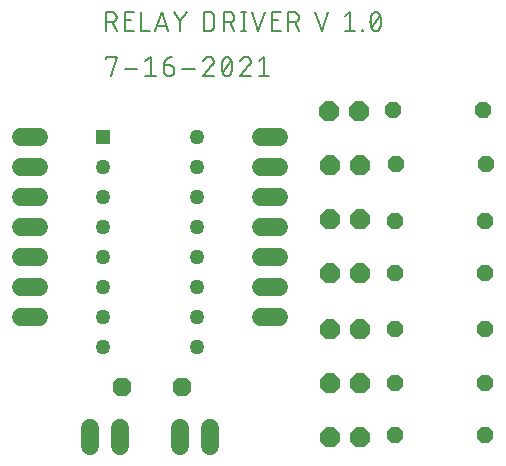
<source format=gbr>
G04 EAGLE Gerber RS-274X export*
G75*
%MOMM*%
%FSLAX34Y34*%
%LPD*%
%INTop Copper*%
%IPPOS*%
%AMOC8*
5,1,8,0,0,1.08239X$1,22.5*%
G01*
%ADD10C,0.152400*%
%ADD11R,1.268000X1.268000*%
%ADD12C,1.268000*%
%ADD13C,1.524000*%
%ADD14P,1.429621X8X22.500000*%
%ADD15P,1.814519X8X202.500000*%
%ADD16P,1.732040X8X22.500000*%
%ADD17C,0.756400*%


D10*
X115062Y407162D02*
X115062Y423418D01*
X119578Y423418D01*
X119711Y423416D01*
X119843Y423410D01*
X119975Y423400D01*
X120107Y423387D01*
X120239Y423369D01*
X120369Y423348D01*
X120500Y423323D01*
X120629Y423294D01*
X120757Y423261D01*
X120885Y423225D01*
X121011Y423185D01*
X121136Y423141D01*
X121260Y423093D01*
X121382Y423042D01*
X121503Y422987D01*
X121622Y422929D01*
X121740Y422867D01*
X121855Y422802D01*
X121969Y422733D01*
X122080Y422662D01*
X122189Y422586D01*
X122296Y422508D01*
X122401Y422427D01*
X122503Y422342D01*
X122603Y422255D01*
X122700Y422165D01*
X122795Y422072D01*
X122886Y421976D01*
X122975Y421878D01*
X123061Y421777D01*
X123144Y421673D01*
X123224Y421567D01*
X123300Y421459D01*
X123374Y421349D01*
X123444Y421236D01*
X123511Y421122D01*
X123574Y421005D01*
X123634Y420887D01*
X123691Y420767D01*
X123744Y420645D01*
X123793Y420522D01*
X123839Y420398D01*
X123881Y420272D01*
X123919Y420145D01*
X123954Y420017D01*
X123985Y419888D01*
X124012Y419759D01*
X124035Y419628D01*
X124055Y419497D01*
X124070Y419365D01*
X124082Y419233D01*
X124090Y419101D01*
X124094Y418968D01*
X124094Y418836D01*
X124090Y418703D01*
X124082Y418571D01*
X124070Y418439D01*
X124055Y418307D01*
X124035Y418176D01*
X124012Y418045D01*
X123985Y417916D01*
X123954Y417787D01*
X123919Y417659D01*
X123881Y417532D01*
X123839Y417406D01*
X123793Y417282D01*
X123744Y417159D01*
X123691Y417037D01*
X123634Y416917D01*
X123574Y416799D01*
X123511Y416682D01*
X123444Y416568D01*
X123374Y416455D01*
X123300Y416345D01*
X123224Y416237D01*
X123144Y416131D01*
X123061Y416027D01*
X122975Y415926D01*
X122886Y415828D01*
X122795Y415732D01*
X122700Y415639D01*
X122603Y415549D01*
X122503Y415462D01*
X122401Y415377D01*
X122296Y415296D01*
X122189Y415218D01*
X122080Y415142D01*
X121969Y415071D01*
X121855Y415002D01*
X121740Y414937D01*
X121622Y414875D01*
X121503Y414817D01*
X121382Y414762D01*
X121260Y414711D01*
X121136Y414663D01*
X121011Y414619D01*
X120885Y414579D01*
X120757Y414543D01*
X120629Y414510D01*
X120500Y414481D01*
X120369Y414456D01*
X120239Y414435D01*
X120107Y414417D01*
X119975Y414404D01*
X119843Y414394D01*
X119711Y414388D01*
X119578Y414386D01*
X119578Y414387D02*
X115062Y414387D01*
X120481Y414387D02*
X124093Y407162D01*
X131153Y407162D02*
X138377Y407162D01*
X131153Y407162D02*
X131153Y423418D01*
X138377Y423418D01*
X136571Y416193D02*
X131153Y416193D01*
X144700Y423418D02*
X144700Y407162D01*
X151924Y407162D01*
X156793Y407162D02*
X162211Y423418D01*
X167630Y407162D01*
X166275Y411226D02*
X158147Y411226D01*
X172424Y423418D02*
X177843Y415742D01*
X183261Y423418D01*
X177843Y415742D02*
X177843Y407162D01*
X197816Y407162D02*
X197816Y423418D01*
X202332Y423418D01*
X202463Y423416D01*
X202595Y423410D01*
X202726Y423401D01*
X202856Y423387D01*
X202987Y423370D01*
X203116Y423349D01*
X203245Y423325D01*
X203373Y423296D01*
X203501Y423264D01*
X203627Y423228D01*
X203752Y423189D01*
X203877Y423146D01*
X203999Y423099D01*
X204121Y423049D01*
X204241Y422995D01*
X204359Y422938D01*
X204475Y422877D01*
X204590Y422813D01*
X204703Y422746D01*
X204814Y422675D01*
X204922Y422601D01*
X205029Y422524D01*
X205133Y422444D01*
X205235Y422361D01*
X205334Y422276D01*
X205431Y422187D01*
X205525Y422095D01*
X205617Y422001D01*
X205706Y421904D01*
X205791Y421805D01*
X205874Y421703D01*
X205954Y421599D01*
X206031Y421492D01*
X206105Y421384D01*
X206176Y421273D01*
X206243Y421160D01*
X206307Y421045D01*
X206368Y420929D01*
X206425Y420811D01*
X206479Y420691D01*
X206529Y420569D01*
X206576Y420447D01*
X206619Y420322D01*
X206658Y420197D01*
X206694Y420071D01*
X206726Y419943D01*
X206755Y419815D01*
X206779Y419686D01*
X206800Y419557D01*
X206817Y419426D01*
X206831Y419296D01*
X206840Y419165D01*
X206846Y419033D01*
X206848Y418902D01*
X206847Y418902D02*
X206847Y411678D01*
X206848Y411678D02*
X206846Y411547D01*
X206840Y411415D01*
X206831Y411284D01*
X206817Y411154D01*
X206800Y411023D01*
X206779Y410894D01*
X206755Y410765D01*
X206726Y410637D01*
X206694Y410509D01*
X206658Y410383D01*
X206619Y410258D01*
X206576Y410133D01*
X206529Y410011D01*
X206479Y409889D01*
X206425Y409769D01*
X206368Y409651D01*
X206307Y409535D01*
X206243Y409420D01*
X206176Y409307D01*
X206105Y409196D01*
X206031Y409088D01*
X205954Y408981D01*
X205874Y408877D01*
X205791Y408775D01*
X205706Y408676D01*
X205617Y408579D01*
X205525Y408485D01*
X205431Y408393D01*
X205334Y408304D01*
X205235Y408219D01*
X205133Y408136D01*
X205029Y408056D01*
X204922Y407979D01*
X204814Y407905D01*
X204703Y407834D01*
X204590Y407767D01*
X204475Y407703D01*
X204359Y407642D01*
X204241Y407585D01*
X204121Y407531D01*
X203999Y407481D01*
X203877Y407434D01*
X203752Y407391D01*
X203627Y407352D01*
X203501Y407316D01*
X203373Y407284D01*
X203245Y407255D01*
X203116Y407231D01*
X202986Y407210D01*
X202856Y407193D01*
X202726Y407179D01*
X202595Y407170D01*
X202463Y407164D01*
X202332Y407162D01*
X197816Y407162D01*
X214581Y407162D02*
X214581Y423418D01*
X219096Y423418D01*
X219229Y423416D01*
X219361Y423410D01*
X219493Y423400D01*
X219625Y423387D01*
X219757Y423369D01*
X219887Y423348D01*
X220018Y423323D01*
X220147Y423294D01*
X220275Y423261D01*
X220403Y423225D01*
X220529Y423185D01*
X220654Y423141D01*
X220778Y423093D01*
X220900Y423042D01*
X221021Y422987D01*
X221140Y422929D01*
X221258Y422867D01*
X221373Y422802D01*
X221487Y422733D01*
X221598Y422662D01*
X221707Y422586D01*
X221814Y422508D01*
X221919Y422427D01*
X222021Y422342D01*
X222121Y422255D01*
X222218Y422165D01*
X222313Y422072D01*
X222404Y421976D01*
X222493Y421878D01*
X222579Y421777D01*
X222662Y421673D01*
X222742Y421567D01*
X222818Y421459D01*
X222892Y421349D01*
X222962Y421236D01*
X223029Y421122D01*
X223092Y421005D01*
X223152Y420887D01*
X223209Y420767D01*
X223262Y420645D01*
X223311Y420522D01*
X223357Y420398D01*
X223399Y420272D01*
X223437Y420145D01*
X223472Y420017D01*
X223503Y419888D01*
X223530Y419759D01*
X223553Y419628D01*
X223573Y419497D01*
X223588Y419365D01*
X223600Y419233D01*
X223608Y419101D01*
X223612Y418968D01*
X223612Y418836D01*
X223608Y418703D01*
X223600Y418571D01*
X223588Y418439D01*
X223573Y418307D01*
X223553Y418176D01*
X223530Y418045D01*
X223503Y417916D01*
X223472Y417787D01*
X223437Y417659D01*
X223399Y417532D01*
X223357Y417406D01*
X223311Y417282D01*
X223262Y417159D01*
X223209Y417037D01*
X223152Y416917D01*
X223092Y416799D01*
X223029Y416682D01*
X222962Y416568D01*
X222892Y416455D01*
X222818Y416345D01*
X222742Y416237D01*
X222662Y416131D01*
X222579Y416027D01*
X222493Y415926D01*
X222404Y415828D01*
X222313Y415732D01*
X222218Y415639D01*
X222121Y415549D01*
X222021Y415462D01*
X221919Y415377D01*
X221814Y415296D01*
X221707Y415218D01*
X221598Y415142D01*
X221487Y415071D01*
X221373Y415002D01*
X221258Y414937D01*
X221140Y414875D01*
X221021Y414817D01*
X220900Y414762D01*
X220778Y414711D01*
X220654Y414663D01*
X220529Y414619D01*
X220403Y414579D01*
X220275Y414543D01*
X220147Y414510D01*
X220018Y414481D01*
X219887Y414456D01*
X219757Y414435D01*
X219625Y414417D01*
X219493Y414404D01*
X219361Y414394D01*
X219229Y414388D01*
X219096Y414386D01*
X219096Y414387D02*
X214581Y414387D01*
X220000Y414387D02*
X223612Y407162D01*
X231510Y407162D02*
X231510Y423418D01*
X229704Y407162D02*
X233316Y407162D01*
X233316Y423418D02*
X229704Y423418D01*
X238596Y423418D02*
X244015Y407162D01*
X249433Y423418D01*
X255681Y407162D02*
X262906Y407162D01*
X255681Y407162D02*
X255681Y423418D01*
X262906Y423418D01*
X261100Y416193D02*
X255681Y416193D01*
X269290Y423418D02*
X269290Y407162D01*
X269290Y423418D02*
X273806Y423418D01*
X273939Y423416D01*
X274071Y423410D01*
X274203Y423400D01*
X274335Y423387D01*
X274467Y423369D01*
X274597Y423348D01*
X274728Y423323D01*
X274857Y423294D01*
X274985Y423261D01*
X275113Y423225D01*
X275239Y423185D01*
X275364Y423141D01*
X275488Y423093D01*
X275610Y423042D01*
X275731Y422987D01*
X275850Y422929D01*
X275968Y422867D01*
X276083Y422802D01*
X276197Y422733D01*
X276308Y422662D01*
X276417Y422586D01*
X276524Y422508D01*
X276629Y422427D01*
X276731Y422342D01*
X276831Y422255D01*
X276928Y422165D01*
X277023Y422072D01*
X277114Y421976D01*
X277203Y421878D01*
X277289Y421777D01*
X277372Y421673D01*
X277452Y421567D01*
X277528Y421459D01*
X277602Y421349D01*
X277672Y421236D01*
X277739Y421122D01*
X277802Y421005D01*
X277862Y420887D01*
X277919Y420767D01*
X277972Y420645D01*
X278021Y420522D01*
X278067Y420398D01*
X278109Y420272D01*
X278147Y420145D01*
X278182Y420017D01*
X278213Y419888D01*
X278240Y419759D01*
X278263Y419628D01*
X278283Y419497D01*
X278298Y419365D01*
X278310Y419233D01*
X278318Y419101D01*
X278322Y418968D01*
X278322Y418836D01*
X278318Y418703D01*
X278310Y418571D01*
X278298Y418439D01*
X278283Y418307D01*
X278263Y418176D01*
X278240Y418045D01*
X278213Y417916D01*
X278182Y417787D01*
X278147Y417659D01*
X278109Y417532D01*
X278067Y417406D01*
X278021Y417282D01*
X277972Y417159D01*
X277919Y417037D01*
X277862Y416917D01*
X277802Y416799D01*
X277739Y416682D01*
X277672Y416568D01*
X277602Y416455D01*
X277528Y416345D01*
X277452Y416237D01*
X277372Y416131D01*
X277289Y416027D01*
X277203Y415926D01*
X277114Y415828D01*
X277023Y415732D01*
X276928Y415639D01*
X276831Y415549D01*
X276731Y415462D01*
X276629Y415377D01*
X276524Y415296D01*
X276417Y415218D01*
X276308Y415142D01*
X276197Y415071D01*
X276083Y415002D01*
X275968Y414937D01*
X275850Y414875D01*
X275731Y414817D01*
X275610Y414762D01*
X275488Y414711D01*
X275364Y414663D01*
X275239Y414619D01*
X275113Y414579D01*
X274985Y414543D01*
X274857Y414510D01*
X274728Y414481D01*
X274597Y414456D01*
X274467Y414435D01*
X274335Y414417D01*
X274203Y414404D01*
X274071Y414394D01*
X273939Y414388D01*
X273806Y414386D01*
X273806Y414387D02*
X269290Y414387D01*
X274709Y414387D02*
X278321Y407162D01*
X297682Y407162D02*
X292263Y423418D01*
X303101Y423418D02*
X297682Y407162D01*
X317134Y419806D02*
X321650Y423418D01*
X321650Y407162D01*
X326165Y407162D02*
X317134Y407162D01*
X332140Y407162D02*
X332140Y408065D01*
X333043Y408065D01*
X333043Y407162D01*
X332140Y407162D01*
X339018Y415290D02*
X339022Y415610D01*
X339033Y415929D01*
X339052Y416249D01*
X339079Y416567D01*
X339113Y416885D01*
X339155Y417202D01*
X339205Y417518D01*
X339262Y417833D01*
X339326Y418146D01*
X339398Y418458D01*
X339477Y418768D01*
X339564Y419075D01*
X339658Y419381D01*
X339759Y419684D01*
X339868Y419985D01*
X339983Y420283D01*
X340106Y420579D01*
X340236Y420871D01*
X340373Y421160D01*
X340373Y421161D02*
X340412Y421269D01*
X340455Y421376D01*
X340501Y421481D01*
X340552Y421585D01*
X340605Y421687D01*
X340662Y421787D01*
X340723Y421885D01*
X340787Y421980D01*
X340854Y422074D01*
X340925Y422165D01*
X340998Y422254D01*
X341075Y422340D01*
X341154Y422423D01*
X341236Y422504D01*
X341321Y422582D01*
X341409Y422656D01*
X341499Y422728D01*
X341591Y422796D01*
X341686Y422862D01*
X341783Y422924D01*
X341882Y422982D01*
X341984Y423038D01*
X342086Y423089D01*
X342191Y423137D01*
X342297Y423182D01*
X342405Y423223D01*
X342514Y423260D01*
X342624Y423293D01*
X342736Y423322D01*
X342848Y423348D01*
X342961Y423370D01*
X343075Y423387D01*
X343189Y423401D01*
X343304Y423411D01*
X343419Y423417D01*
X343534Y423419D01*
X343534Y423418D02*
X343649Y423416D01*
X343764Y423410D01*
X343879Y423400D01*
X343993Y423386D01*
X344107Y423369D01*
X344220Y423347D01*
X344332Y423321D01*
X344444Y423292D01*
X344554Y423259D01*
X344663Y423222D01*
X344771Y423181D01*
X344877Y423136D01*
X344982Y423088D01*
X345084Y423037D01*
X345185Y422981D01*
X345285Y422923D01*
X345382Y422861D01*
X345476Y422796D01*
X345569Y422727D01*
X345659Y422655D01*
X345747Y422581D01*
X345832Y422503D01*
X345914Y422422D01*
X345993Y422339D01*
X346070Y422253D01*
X346143Y422164D01*
X346214Y422073D01*
X346281Y421979D01*
X346345Y421884D01*
X346406Y421786D01*
X346463Y421686D01*
X346516Y421584D01*
X346567Y421480D01*
X346613Y421375D01*
X346656Y421268D01*
X346695Y421160D01*
X346694Y421160D02*
X346831Y420871D01*
X346961Y420579D01*
X347084Y420283D01*
X347199Y419985D01*
X347308Y419684D01*
X347409Y419381D01*
X347503Y419075D01*
X347590Y418768D01*
X347669Y418458D01*
X347741Y418146D01*
X347805Y417833D01*
X347862Y417518D01*
X347912Y417202D01*
X347954Y416885D01*
X347988Y416567D01*
X348015Y416249D01*
X348034Y415929D01*
X348045Y415610D01*
X348049Y415290D01*
X339018Y415290D02*
X339022Y414970D01*
X339033Y414651D01*
X339052Y414331D01*
X339079Y414013D01*
X339113Y413695D01*
X339155Y413378D01*
X339205Y413062D01*
X339262Y412747D01*
X339326Y412434D01*
X339398Y412122D01*
X339477Y411812D01*
X339564Y411505D01*
X339658Y411199D01*
X339759Y410896D01*
X339868Y410595D01*
X339983Y410297D01*
X340106Y410001D01*
X340236Y409709D01*
X340373Y409420D01*
X340412Y409312D01*
X340455Y409205D01*
X340501Y409100D01*
X340552Y408996D01*
X340605Y408894D01*
X340662Y408794D01*
X340723Y408696D01*
X340787Y408601D01*
X340854Y408507D01*
X340925Y408416D01*
X340998Y408327D01*
X341075Y408241D01*
X341154Y408158D01*
X341236Y408077D01*
X341321Y407999D01*
X341409Y407925D01*
X341499Y407853D01*
X341592Y407784D01*
X341686Y407719D01*
X341783Y407657D01*
X341883Y407599D01*
X341984Y407543D01*
X342086Y407492D01*
X342191Y407444D01*
X342297Y407399D01*
X342405Y407358D01*
X342514Y407321D01*
X342624Y407288D01*
X342736Y407259D01*
X342848Y407233D01*
X342961Y407211D01*
X343075Y407194D01*
X343189Y407180D01*
X343304Y407170D01*
X343419Y407164D01*
X343534Y407162D01*
X346694Y409420D02*
X346831Y409709D01*
X346961Y410001D01*
X347084Y410297D01*
X347199Y410595D01*
X347308Y410896D01*
X347409Y411199D01*
X347503Y411505D01*
X347590Y411812D01*
X347669Y412122D01*
X347741Y412434D01*
X347805Y412747D01*
X347862Y413062D01*
X347912Y413378D01*
X347954Y413695D01*
X347988Y414013D01*
X348015Y414331D01*
X348034Y414651D01*
X348045Y414970D01*
X348049Y415290D01*
X346695Y409420D02*
X346656Y409312D01*
X346613Y409205D01*
X346567Y409100D01*
X346516Y408996D01*
X346463Y408894D01*
X346406Y408794D01*
X346345Y408696D01*
X346281Y408601D01*
X346214Y408507D01*
X346143Y408416D01*
X346070Y408327D01*
X345993Y408241D01*
X345914Y408158D01*
X345832Y408077D01*
X345747Y407999D01*
X345659Y407925D01*
X345569Y407853D01*
X345476Y407784D01*
X345382Y407719D01*
X345285Y407657D01*
X345185Y407599D01*
X345084Y407543D01*
X344981Y407492D01*
X344877Y407444D01*
X344771Y407399D01*
X344663Y407358D01*
X344554Y407321D01*
X344444Y407288D01*
X344332Y407259D01*
X344220Y407233D01*
X344107Y407211D01*
X343993Y407194D01*
X343879Y407180D01*
X343764Y407170D01*
X343649Y407164D01*
X343534Y407162D01*
X339921Y410774D02*
X347146Y419806D01*
X115062Y385318D02*
X115062Y383512D01*
X115062Y385318D02*
X124093Y385318D01*
X119578Y369062D01*
X130832Y375384D02*
X141670Y375384D01*
X148409Y381706D02*
X152924Y385318D01*
X152924Y369062D01*
X148409Y369062D02*
X157440Y369062D01*
X164040Y378093D02*
X169458Y378093D01*
X169576Y378091D01*
X169694Y378085D01*
X169812Y378076D01*
X169929Y378062D01*
X170046Y378045D01*
X170163Y378024D01*
X170278Y377999D01*
X170393Y377970D01*
X170507Y377937D01*
X170619Y377901D01*
X170730Y377861D01*
X170840Y377818D01*
X170949Y377771D01*
X171056Y377721D01*
X171161Y377666D01*
X171264Y377609D01*
X171365Y377548D01*
X171465Y377484D01*
X171562Y377417D01*
X171657Y377347D01*
X171749Y377273D01*
X171840Y377197D01*
X171927Y377117D01*
X172012Y377035D01*
X172094Y376950D01*
X172174Y376863D01*
X172250Y376772D01*
X172324Y376680D01*
X172394Y376585D01*
X172461Y376488D01*
X172525Y376388D01*
X172586Y376287D01*
X172643Y376184D01*
X172698Y376079D01*
X172748Y375972D01*
X172795Y375863D01*
X172838Y375753D01*
X172878Y375642D01*
X172914Y375530D01*
X172947Y375416D01*
X172976Y375301D01*
X173001Y375186D01*
X173022Y375069D01*
X173039Y374952D01*
X173053Y374835D01*
X173062Y374717D01*
X173068Y374599D01*
X173070Y374481D01*
X173071Y374481D02*
X173071Y373578D01*
X173069Y373445D01*
X173063Y373313D01*
X173053Y373181D01*
X173040Y373049D01*
X173022Y372917D01*
X173001Y372787D01*
X172976Y372656D01*
X172947Y372527D01*
X172914Y372399D01*
X172878Y372271D01*
X172838Y372145D01*
X172794Y372020D01*
X172746Y371896D01*
X172695Y371774D01*
X172640Y371653D01*
X172582Y371534D01*
X172520Y371416D01*
X172455Y371301D01*
X172386Y371187D01*
X172315Y371076D01*
X172239Y370967D01*
X172161Y370860D01*
X172080Y370755D01*
X171995Y370653D01*
X171908Y370553D01*
X171818Y370456D01*
X171725Y370361D01*
X171629Y370270D01*
X171531Y370181D01*
X171430Y370095D01*
X171326Y370012D01*
X171220Y369932D01*
X171112Y369856D01*
X171002Y369782D01*
X170889Y369712D01*
X170775Y369645D01*
X170658Y369582D01*
X170540Y369522D01*
X170420Y369465D01*
X170298Y369412D01*
X170175Y369363D01*
X170051Y369317D01*
X169925Y369275D01*
X169798Y369237D01*
X169670Y369202D01*
X169541Y369171D01*
X169412Y369144D01*
X169281Y369121D01*
X169150Y369101D01*
X169018Y369086D01*
X168886Y369074D01*
X168754Y369066D01*
X168621Y369062D01*
X168489Y369062D01*
X168356Y369066D01*
X168224Y369074D01*
X168092Y369086D01*
X167960Y369101D01*
X167829Y369121D01*
X167698Y369144D01*
X167569Y369171D01*
X167440Y369202D01*
X167312Y369237D01*
X167185Y369275D01*
X167059Y369317D01*
X166935Y369363D01*
X166812Y369412D01*
X166690Y369465D01*
X166570Y369522D01*
X166452Y369582D01*
X166335Y369645D01*
X166221Y369712D01*
X166108Y369782D01*
X165998Y369856D01*
X165890Y369932D01*
X165784Y370012D01*
X165680Y370095D01*
X165579Y370181D01*
X165481Y370270D01*
X165385Y370361D01*
X165292Y370456D01*
X165202Y370553D01*
X165115Y370653D01*
X165030Y370755D01*
X164949Y370860D01*
X164871Y370967D01*
X164795Y371076D01*
X164724Y371187D01*
X164655Y371301D01*
X164590Y371416D01*
X164528Y371534D01*
X164470Y371653D01*
X164415Y371774D01*
X164364Y371896D01*
X164316Y372020D01*
X164272Y372145D01*
X164232Y372271D01*
X164196Y372399D01*
X164163Y372527D01*
X164134Y372656D01*
X164109Y372787D01*
X164088Y372917D01*
X164070Y373049D01*
X164057Y373181D01*
X164047Y373313D01*
X164041Y373445D01*
X164039Y373578D01*
X164040Y373578D02*
X164040Y378093D01*
X164042Y378270D01*
X164049Y378448D01*
X164060Y378625D01*
X164075Y378801D01*
X164094Y378977D01*
X164118Y379153D01*
X164146Y379328D01*
X164179Y379503D01*
X164216Y379676D01*
X164257Y379849D01*
X164302Y380020D01*
X164351Y380190D01*
X164405Y380359D01*
X164462Y380527D01*
X164524Y380693D01*
X164590Y380858D01*
X164660Y381021D01*
X164734Y381182D01*
X164811Y381341D01*
X164893Y381499D01*
X164979Y381654D01*
X165068Y381807D01*
X165161Y381958D01*
X165258Y382107D01*
X165358Y382253D01*
X165462Y382397D01*
X165569Y382538D01*
X165680Y382676D01*
X165794Y382812D01*
X165912Y382945D01*
X166032Y383075D01*
X166156Y383202D01*
X166283Y383326D01*
X166413Y383446D01*
X166546Y383564D01*
X166681Y383678D01*
X166820Y383789D01*
X166961Y383896D01*
X167105Y384000D01*
X167251Y384100D01*
X167400Y384197D01*
X167551Y384290D01*
X167704Y384379D01*
X167859Y384465D01*
X168017Y384547D01*
X168176Y384624D01*
X168337Y384698D01*
X168500Y384768D01*
X168665Y384834D01*
X168831Y384896D01*
X168999Y384953D01*
X169168Y385007D01*
X169338Y385056D01*
X169509Y385101D01*
X169682Y385142D01*
X169855Y385179D01*
X170030Y385212D01*
X170205Y385240D01*
X170381Y385264D01*
X170557Y385283D01*
X170733Y385298D01*
X170910Y385309D01*
X171088Y385316D01*
X171265Y385318D01*
X179810Y375384D02*
X190647Y375384D01*
X202354Y385318D02*
X202479Y385316D01*
X202604Y385310D01*
X202729Y385301D01*
X202853Y385287D01*
X202977Y385270D01*
X203101Y385249D01*
X203223Y385224D01*
X203345Y385195D01*
X203466Y385163D01*
X203586Y385127D01*
X203705Y385087D01*
X203822Y385044D01*
X203938Y384997D01*
X204053Y384946D01*
X204165Y384892D01*
X204277Y384834D01*
X204386Y384774D01*
X204493Y384709D01*
X204599Y384642D01*
X204702Y384571D01*
X204803Y384497D01*
X204902Y384420D01*
X204998Y384340D01*
X205092Y384257D01*
X205183Y384172D01*
X205272Y384083D01*
X205357Y383992D01*
X205440Y383898D01*
X205520Y383802D01*
X205597Y383703D01*
X205671Y383602D01*
X205742Y383499D01*
X205809Y383393D01*
X205874Y383286D01*
X205934Y383177D01*
X205992Y383065D01*
X206046Y382953D01*
X206097Y382838D01*
X206144Y382722D01*
X206187Y382605D01*
X206227Y382486D01*
X206263Y382366D01*
X206295Y382245D01*
X206324Y382123D01*
X206349Y382001D01*
X206370Y381877D01*
X206387Y381753D01*
X206401Y381629D01*
X206410Y381504D01*
X206416Y381379D01*
X206418Y381254D01*
X202354Y385318D02*
X202211Y385316D01*
X202069Y385310D01*
X201926Y385300D01*
X201784Y385287D01*
X201643Y385269D01*
X201501Y385248D01*
X201361Y385223D01*
X201221Y385194D01*
X201082Y385161D01*
X200944Y385124D01*
X200807Y385084D01*
X200672Y385040D01*
X200537Y384992D01*
X200404Y384940D01*
X200272Y384885D01*
X200142Y384826D01*
X200014Y384764D01*
X199887Y384698D01*
X199762Y384629D01*
X199639Y384557D01*
X199519Y384481D01*
X199400Y384402D01*
X199283Y384319D01*
X199169Y384234D01*
X199057Y384145D01*
X198948Y384054D01*
X198841Y383959D01*
X198736Y383862D01*
X198635Y383761D01*
X198536Y383658D01*
X198440Y383553D01*
X198347Y383444D01*
X198257Y383333D01*
X198170Y383220D01*
X198086Y383105D01*
X198006Y382987D01*
X197928Y382867D01*
X197854Y382745D01*
X197784Y382621D01*
X197716Y382495D01*
X197653Y382367D01*
X197592Y382238D01*
X197535Y382107D01*
X197482Y381975D01*
X197433Y381841D01*
X197387Y381706D01*
X205062Y378093D02*
X205156Y378185D01*
X205246Y378279D01*
X205334Y378376D01*
X205419Y378476D01*
X205501Y378578D01*
X205580Y378683D01*
X205655Y378790D01*
X205727Y378899D01*
X205796Y379010D01*
X205862Y379124D01*
X205924Y379239D01*
X205983Y379356D01*
X206038Y379475D01*
X206089Y379595D01*
X206137Y379717D01*
X206182Y379840D01*
X206222Y379964D01*
X206259Y380090D01*
X206292Y380217D01*
X206321Y380344D01*
X206347Y380473D01*
X206368Y380602D01*
X206386Y380732D01*
X206399Y380862D01*
X206409Y380992D01*
X206415Y381123D01*
X206417Y381254D01*
X205063Y378093D02*
X197386Y369062D01*
X206418Y369062D01*
X213018Y377190D02*
X213022Y377510D01*
X213033Y377829D01*
X213052Y378149D01*
X213079Y378467D01*
X213113Y378785D01*
X213155Y379102D01*
X213205Y379418D01*
X213262Y379733D01*
X213326Y380046D01*
X213398Y380358D01*
X213477Y380668D01*
X213564Y380975D01*
X213658Y381281D01*
X213759Y381584D01*
X213868Y381885D01*
X213983Y382183D01*
X214106Y382479D01*
X214236Y382771D01*
X214373Y383060D01*
X214372Y383061D02*
X214411Y383169D01*
X214454Y383276D01*
X214500Y383381D01*
X214551Y383485D01*
X214604Y383587D01*
X214661Y383687D01*
X214722Y383785D01*
X214786Y383880D01*
X214853Y383974D01*
X214924Y384065D01*
X214997Y384154D01*
X215074Y384240D01*
X215153Y384323D01*
X215235Y384404D01*
X215320Y384482D01*
X215408Y384556D01*
X215498Y384628D01*
X215590Y384696D01*
X215685Y384762D01*
X215782Y384824D01*
X215881Y384882D01*
X215983Y384938D01*
X216085Y384989D01*
X216190Y385037D01*
X216296Y385082D01*
X216404Y385123D01*
X216513Y385160D01*
X216623Y385193D01*
X216735Y385222D01*
X216847Y385248D01*
X216960Y385270D01*
X217074Y385287D01*
X217188Y385301D01*
X217303Y385311D01*
X217418Y385317D01*
X217533Y385319D01*
X217533Y385318D02*
X217648Y385316D01*
X217763Y385310D01*
X217878Y385300D01*
X217992Y385286D01*
X218106Y385269D01*
X218219Y385247D01*
X218331Y385221D01*
X218443Y385192D01*
X218553Y385159D01*
X218662Y385122D01*
X218770Y385081D01*
X218876Y385036D01*
X218981Y384988D01*
X219083Y384937D01*
X219184Y384881D01*
X219284Y384823D01*
X219381Y384761D01*
X219475Y384696D01*
X219568Y384627D01*
X219658Y384555D01*
X219746Y384481D01*
X219831Y384403D01*
X219913Y384322D01*
X219992Y384239D01*
X220069Y384153D01*
X220142Y384064D01*
X220213Y383973D01*
X220280Y383879D01*
X220344Y383784D01*
X220405Y383686D01*
X220462Y383586D01*
X220515Y383484D01*
X220566Y383380D01*
X220612Y383275D01*
X220655Y383168D01*
X220694Y383060D01*
X220831Y382771D01*
X220961Y382479D01*
X221084Y382183D01*
X221199Y381885D01*
X221308Y381584D01*
X221409Y381281D01*
X221503Y380975D01*
X221590Y380668D01*
X221669Y380358D01*
X221741Y380046D01*
X221805Y379733D01*
X221862Y379418D01*
X221912Y379102D01*
X221954Y378785D01*
X221988Y378467D01*
X222015Y378149D01*
X222034Y377829D01*
X222045Y377510D01*
X222049Y377190D01*
X213018Y377190D02*
X213022Y376870D01*
X213033Y376551D01*
X213052Y376231D01*
X213079Y375913D01*
X213113Y375595D01*
X213155Y375278D01*
X213205Y374962D01*
X213262Y374647D01*
X213326Y374334D01*
X213398Y374022D01*
X213477Y373712D01*
X213564Y373405D01*
X213658Y373099D01*
X213759Y372796D01*
X213868Y372495D01*
X213983Y372197D01*
X214106Y371901D01*
X214236Y371609D01*
X214373Y371320D01*
X214372Y371320D02*
X214411Y371212D01*
X214454Y371105D01*
X214500Y371000D01*
X214551Y370896D01*
X214604Y370794D01*
X214661Y370694D01*
X214722Y370596D01*
X214786Y370501D01*
X214853Y370407D01*
X214924Y370316D01*
X214997Y370227D01*
X215074Y370141D01*
X215153Y370058D01*
X215235Y369977D01*
X215320Y369899D01*
X215408Y369825D01*
X215498Y369753D01*
X215591Y369684D01*
X215685Y369619D01*
X215782Y369557D01*
X215882Y369499D01*
X215983Y369443D01*
X216085Y369392D01*
X216190Y369344D01*
X216296Y369299D01*
X216404Y369258D01*
X216513Y369221D01*
X216623Y369188D01*
X216735Y369159D01*
X216847Y369133D01*
X216960Y369111D01*
X217074Y369094D01*
X217188Y369080D01*
X217303Y369070D01*
X217418Y369064D01*
X217533Y369062D01*
X220693Y371320D02*
X220830Y371609D01*
X220960Y371901D01*
X221083Y372197D01*
X221198Y372495D01*
X221307Y372796D01*
X221408Y373099D01*
X221502Y373405D01*
X221589Y373712D01*
X221668Y374022D01*
X221740Y374334D01*
X221804Y374647D01*
X221861Y374962D01*
X221911Y375278D01*
X221953Y375595D01*
X221987Y375913D01*
X222014Y376231D01*
X222033Y376551D01*
X222044Y376870D01*
X222048Y377190D01*
X220694Y371320D02*
X220655Y371212D01*
X220612Y371105D01*
X220566Y371000D01*
X220515Y370896D01*
X220462Y370794D01*
X220405Y370694D01*
X220344Y370596D01*
X220280Y370501D01*
X220213Y370407D01*
X220142Y370316D01*
X220069Y370227D01*
X219992Y370141D01*
X219913Y370058D01*
X219831Y369977D01*
X219746Y369899D01*
X219658Y369825D01*
X219568Y369753D01*
X219475Y369684D01*
X219381Y369619D01*
X219284Y369557D01*
X219184Y369499D01*
X219083Y369443D01*
X218980Y369392D01*
X218876Y369344D01*
X218770Y369299D01*
X218662Y369258D01*
X218553Y369221D01*
X218443Y369188D01*
X218331Y369159D01*
X218219Y369133D01*
X218106Y369111D01*
X217992Y369094D01*
X217878Y369080D01*
X217763Y369070D01*
X217648Y369064D01*
X217533Y369062D01*
X213921Y372674D02*
X221146Y381706D01*
X233616Y385318D02*
X233741Y385316D01*
X233866Y385310D01*
X233991Y385301D01*
X234115Y385287D01*
X234239Y385270D01*
X234363Y385249D01*
X234485Y385224D01*
X234607Y385195D01*
X234728Y385163D01*
X234848Y385127D01*
X234967Y385087D01*
X235084Y385044D01*
X235200Y384997D01*
X235315Y384946D01*
X235427Y384892D01*
X235539Y384834D01*
X235648Y384774D01*
X235755Y384709D01*
X235861Y384642D01*
X235964Y384571D01*
X236065Y384497D01*
X236164Y384420D01*
X236260Y384340D01*
X236354Y384257D01*
X236445Y384172D01*
X236534Y384083D01*
X236619Y383992D01*
X236702Y383898D01*
X236782Y383802D01*
X236859Y383703D01*
X236933Y383602D01*
X237004Y383499D01*
X237071Y383393D01*
X237136Y383286D01*
X237196Y383177D01*
X237254Y383065D01*
X237308Y382953D01*
X237359Y382838D01*
X237406Y382722D01*
X237449Y382605D01*
X237489Y382486D01*
X237525Y382366D01*
X237557Y382245D01*
X237586Y382123D01*
X237611Y382001D01*
X237632Y381877D01*
X237649Y381753D01*
X237663Y381629D01*
X237672Y381504D01*
X237678Y381379D01*
X237680Y381254D01*
X233616Y385318D02*
X233473Y385316D01*
X233331Y385310D01*
X233188Y385300D01*
X233046Y385287D01*
X232905Y385269D01*
X232763Y385248D01*
X232623Y385223D01*
X232483Y385194D01*
X232344Y385161D01*
X232206Y385124D01*
X232069Y385084D01*
X231934Y385040D01*
X231799Y384992D01*
X231666Y384940D01*
X231534Y384885D01*
X231404Y384826D01*
X231276Y384764D01*
X231149Y384698D01*
X231024Y384629D01*
X230901Y384557D01*
X230781Y384481D01*
X230662Y384402D01*
X230545Y384319D01*
X230431Y384234D01*
X230319Y384145D01*
X230210Y384054D01*
X230103Y383959D01*
X229998Y383862D01*
X229897Y383761D01*
X229798Y383658D01*
X229702Y383553D01*
X229609Y383444D01*
X229519Y383333D01*
X229432Y383220D01*
X229348Y383105D01*
X229268Y382987D01*
X229190Y382867D01*
X229116Y382745D01*
X229046Y382621D01*
X228978Y382495D01*
X228915Y382367D01*
X228854Y382238D01*
X228797Y382107D01*
X228744Y381975D01*
X228695Y381841D01*
X228649Y381706D01*
X236325Y378093D02*
X236419Y378185D01*
X236509Y378279D01*
X236597Y378376D01*
X236682Y378476D01*
X236764Y378578D01*
X236843Y378683D01*
X236918Y378790D01*
X236990Y378899D01*
X237059Y379010D01*
X237125Y379124D01*
X237187Y379239D01*
X237246Y379356D01*
X237301Y379475D01*
X237352Y379595D01*
X237400Y379717D01*
X237445Y379840D01*
X237485Y379964D01*
X237522Y380090D01*
X237555Y380217D01*
X237584Y380344D01*
X237610Y380473D01*
X237631Y380602D01*
X237649Y380732D01*
X237662Y380862D01*
X237672Y380992D01*
X237678Y381123D01*
X237680Y381254D01*
X236325Y378093D02*
X228649Y369062D01*
X237680Y369062D01*
X244280Y381706D02*
X248796Y385318D01*
X248796Y369062D01*
X253311Y369062D02*
X244280Y369062D01*
D11*
X112700Y317500D03*
D12*
X112700Y292100D03*
X112700Y266700D03*
X112700Y241300D03*
X112700Y215900D03*
X112700Y190500D03*
X112700Y165100D03*
X112700Y139700D03*
X192100Y139700D03*
X192100Y165100D03*
X192100Y190500D03*
X192100Y215900D03*
X192100Y241300D03*
X192100Y266700D03*
X192100Y292100D03*
X192100Y317500D03*
D13*
X58420Y317500D02*
X43180Y317500D01*
X43180Y292100D02*
X58420Y292100D01*
X58420Y266700D02*
X43180Y266700D01*
X43180Y241300D02*
X58420Y241300D01*
X58420Y215900D02*
X43180Y215900D01*
X43180Y190500D02*
X58420Y190500D01*
X58420Y165100D02*
X43180Y165100D01*
X246380Y165100D02*
X261620Y165100D01*
X261620Y190500D02*
X246380Y190500D01*
X246380Y215900D02*
X261620Y215900D01*
X261620Y241300D02*
X246380Y241300D01*
X246380Y266700D02*
X261620Y266700D01*
X261620Y292100D02*
X246380Y292100D01*
X246380Y317500D02*
X261620Y317500D01*
X101600Y71120D02*
X101600Y55880D01*
X127000Y55880D02*
X127000Y71120D01*
X177800Y71120D02*
X177800Y55880D01*
X203200Y55880D02*
X203200Y71120D01*
D14*
X359410Y64770D03*
X435610Y64770D03*
X359410Y109220D03*
X435610Y109220D03*
X359410Y154940D03*
X435610Y154940D03*
X359410Y201930D03*
X435610Y201930D03*
X359410Y246380D03*
X435610Y246380D03*
X360680Y294640D03*
X436880Y294640D03*
X358140Y340360D03*
X434340Y340360D03*
D15*
X330200Y63500D03*
X304800Y63500D03*
X330200Y109220D03*
X304800Y109220D03*
X330200Y154940D03*
X304800Y154940D03*
X330200Y201930D03*
X304800Y201930D03*
X330200Y247650D03*
X304800Y247650D03*
X330200Y293370D03*
X304800Y293370D03*
X328930Y339090D03*
X303530Y339090D03*
D16*
X128270Y105410D03*
X179070Y105410D03*
D17*
X356616Y340106D03*
X435864Y336804D03*
M02*

</source>
